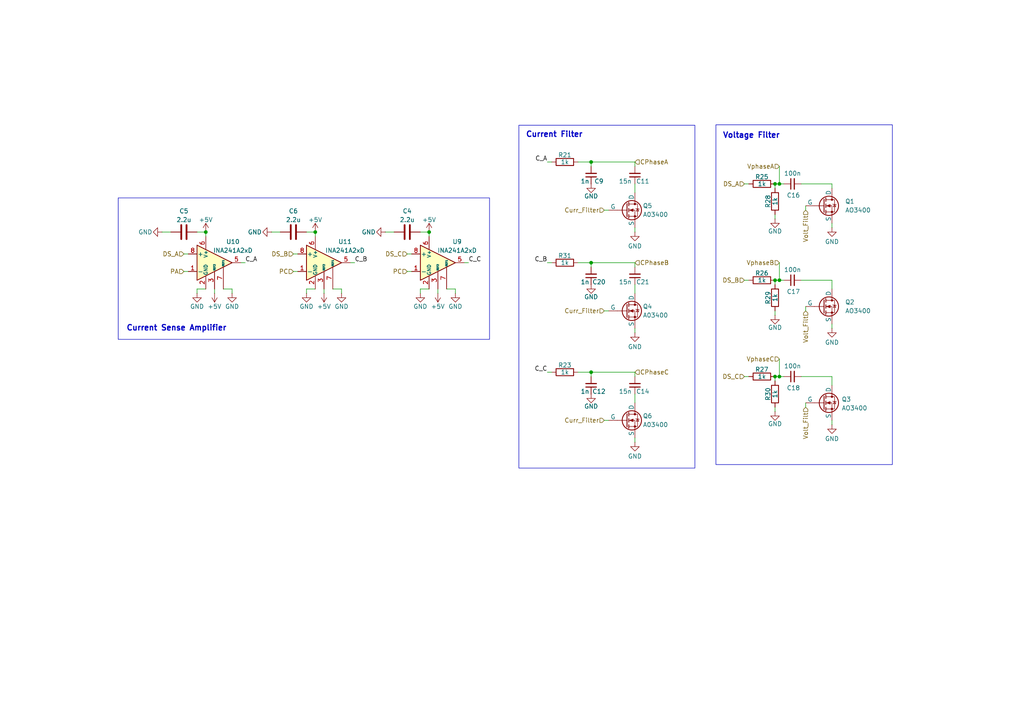
<source format=kicad_sch>
(kicad_sch (version 20250114) (generator "eeschema") (generator_version "9.0")
  (paper "A4")
  (lib_symbols
    (symbol "Amplifier_Current:INA241A2xD" (pin_names (offset 0.127))
      (property "Reference" "U" (at 3.81 3.81 0))
      (property "Value" "INA241A2xD" (at 3.81 -2.54 0))
      (symbol "INA241A2xD_0_1"
        (polyline (pts (xy 5.08 0) (xy -5.08 5.08) (xy -5.08 -5.08) (xy 5.08 0)) (stroke (width 0.254)) (fill (type background)))
      )
      (symbol "INA241A2xD_1_1"
        (pin input line (at -7.62 2.54 0) (length 2.54) (name "+") (number "8"))
        (pin input line (at -7.62 -2.54 0) (length 2.54) (name "-") (number "1"))
        (pin power_in line (at -2.54 7.62 270) (length 3.81) (name "V+") (number "6"))
        (pin power_in line (at -2.54 -7.62 90) (length 3.81) (name "GND") (number "2"))
        (pin passive line (at -2.54 -7.62 90) (length 3.81) (hide yes) (name "GND") (number "4"))
        (pin passive line (at 0 -7.62 90) (length 5.08) (name "REF2") (number "3"))
        (pin passive line (at 2.54 -7.62 90) (length 6.35) (name "REF1") (number "7"))
        (pin output line (at 7.62 0 180) (length 2.54) (name "~") (number "5"))
      )
    )
    (symbol "Device:C" (pin_numbers (hide yes)) (pin_names (offset 0.254))
      (property "Reference" "C" (at 0.635 2.54 0))
      (property "Value" "C" (at 0.635 -2.54 0))
      (symbol "C_0_1"
        (polyline (pts (xy -2.032 0.762) (xy 2.032 0.762)) (stroke (width 0.508)))
        (polyline (pts (xy -2.032 -0.762) (xy 2.032 -0.762)) (stroke (width 0.508)))
      )
      (symbol "C_1_1"
        (pin passive line (at 0 3.81 270) (length 2.794) (name "~") (number "1"))
        (pin passive line (at 0 -3.81 90) (length 2.794) (name "~") (number "2"))
      )
    )
    (symbol "Device:C_Small" (pin_numbers (hide yes)) (pin_names (offset 0.254) (hide yes))
      (property "Reference" "C" (at 0.254 1.778 0))
      (property "Value" "C_Small" (at 0.254 -2.032 0))
      (symbol "C_Small_0_1"
        (polyline (pts (xy -1.524 0.508) (xy 1.524 0.508)) (stroke (width 0.3048)))
        (polyline (pts (xy -1.524 -0.508) (xy 1.524 -0.508)) (stroke (width 0.3302)))
      )
      (symbol "C_Small_1_1"
        (pin passive line (at 0 2.54 270) (length 2.032) (name "~") (number "1"))
        (pin passive line (at 0 -2.54 90) (length 2.032) (name "~") (number "2"))
      )
    )
    (symbol "Device:R" (pin_numbers (hide yes)) (pin_names (offset 0))
      (property "Reference" "R" (at 2.032 0 90))
      (property "Value" "R" (at 0 0 90))
      (symbol "R_0_1"
        (rectangle (start -1.016 -2.54) (end 1.016 2.54) (stroke (width 0.254)))
      )
      (symbol "R_1_1"
        (pin passive line (at 0 3.81 270) (length 1.27) (name "~") (number "1"))
        (pin passive line (at 0 -3.81 90) (length 1.27) (name "~") (number "2"))
      )
    )
    (symbol "Simulation_SPICE:NMOS" (pin_numbers (hide yes)) (pin_names (offset 0))
      (property "Reference" "Q" (at 5.08 1.27 0))
      (property "Value" "NMOS" (at 5.08 -1.27 0))
      (symbol "NMOS_0_1"
        (polyline (pts (xy 0.254 1.905) (xy 0.254 -1.905)) (stroke (width 0.254)))
        (polyline (pts (xy 0.254 0) (xy -2.54 0)))
        (polyline (pts (xy 0.762 2.286) (xy 0.762 1.27)) (stroke (width 0.254)))
        (polyline (pts (xy 0.762 0.508) (xy 0.762 -0.508)) (stroke (width 0.254)))
        (polyline (pts (xy 0.762 -1.27) (xy 0.762 -2.286)) (stroke (width 0.254)))
        (polyline (pts (xy 0.762 -1.778) (xy 3.302 -1.778) (xy 3.302 1.778) (xy 0.762 1.778)))
        (polyline (pts (xy 1.016 0) (xy 2.032 0.381) (xy 2.032 -0.381) (xy 1.016 0)) (fill (type outline)))
        (circle (center 1.651 0) (radius 2.794) (stroke (width 0.254)))
        (polyline (pts (xy 2.54 2.54) (xy 2.54 1.778)))
        (circle (center 2.54 1.778) (radius 0.254) (fill (type outline)))
        (circle (center 2.54 -1.778) (radius 0.254) (fill (type outline)))
        (polyline (pts (xy 2.54 -2.54) (xy 2.54 0) (xy 0.762 0)))
        (polyline (pts (xy 2.794 0.508) (xy 2.921 0.381) (xy 3.683 0.381) (xy 3.81 0.254)))
        (polyline (pts (xy 3.302 0.381) (xy 2.921 -0.254) (xy 3.683 -0.254) (xy 3.302 0.381)))
      )
      (symbol "NMOS_1_1"
        (pin input line (at -5.08 0 0) (length 2.54) (name "G") (number "2"))
        (pin passive line (at 2.54 5.08 270) (length 2.54) (name "D") (number "1"))
        (pin passive line (at 2.54 -5.08 90) (length 2.54) (name "S") (number "3"))
      )
    )
    (symbol "power:+5V" (power) (pin_numbers (hide yes)) (pin_names (offset 0) (hide yes))
      (property "Value" "+5V" (at 0 3.556 0))
      (symbol "+5V_0_1"
        (polyline (pts (xy -0.762 1.27) (xy 0 2.54)))
        (polyline (pts (xy 0 2.54) (xy 0.762 1.27)))
        (polyline (pts (xy 0 0) (xy 0 2.54)))
      )
      (symbol "+5V_1_1"
        (pin power_in line (at 0 0 90) (length 0) (name "~") (number "1"))
      )
    )
    (symbol "power:GND" (power) (pin_numbers (hide yes)) (pin_names (offset 0) (hide yes))
      (property "Value" "GND" (at 0 -3.81 0))
      (symbol "GND_0_1"
        (polyline (pts (xy 0 0) (xy 0 -1.27) (xy 1.27 -1.27) (xy 0 -2.54) (xy -1.27 -1.27) (xy 0 -1.27)))
      )
      (symbol "GND_1_1"
        (pin power_in line (at 0 0 270) (length 0) (name "~") (number "1"))
      )
    )
  )
  (rectangle (start 34.29 57.404) (end 141.986 98.425))
  (rectangle (start 150.495 36.322) (end 201.549 135.763))
  (rectangle (start 207.645 36.195) (end 258.826 134.747))
  (text "Current Sense Amplifier " (at 51.816 95.25 0) (effects (font (size 1.6 1.6) (thickness 0.32) (bold yes))))
  (text "Current Filter" (at 160.782 39.116 0) (effects (font (size 1.6 1.6) (thickness 0.32) (bold yes))))
  (text "Voltage Filter" (at 217.932 39.37 0) (effects (font (size 1.6 1.6) (thickness 0.32) (bold yes))))
  (junction (at 224.79 53.34))
  (junction (at 226.06 81.28))
  (junction (at 171.45 76.2))
  (junction (at 171.45 46.99))
  (junction (at 224.79 109.22))
  (junction (at 124.46 67.31))
  (junction (at 171.45 107.95))
  (junction (at 224.79 81.28))
  (junction (at 91.44 67.31))
  (junction (at 226.06 109.22))
  (junction (at 59.69 67.31))
  (junction (at 226.06 53.34))
  (wire (pts (xy 118.11 78.74) (xy 119.38 78.74)))
  (wire (pts (xy 224.79 118.11) (xy 224.79 119.38)))
  (wire (pts (xy 88.9 83.82) (xy 91.44 83.82)))
  (wire (pts (xy 78.74 67.31) (xy 81.28 67.31)))
  (wire (pts (xy 85.09 73.66) (xy 86.36 73.66)))
  (wire (pts (xy 175.26 90.17) (xy 176.53 90.17)))
  (wire (pts (xy 129.54 83.82) (xy 132.08 83.82)))
  (wire (pts (xy 226.06 76.2) (xy 226.06 81.28)))
  (wire (pts (xy 88.9 67.31) (xy 91.44 67.31)))
  (wire (pts (xy 67.31 85.09) (xy 67.31 83.82)))
  (wire (pts (xy 184.15 82.55) (xy 184.15 85.09)))
  (wire (pts (xy 64.77 83.82) (xy 67.31 83.82)))
  (wire (pts (xy 184.15 76.2) (xy 184.15 77.47)))
  (wire (pts (xy 171.45 46.99) (xy 184.15 46.99)))
  (wire (pts (xy 57.15 83.82) (xy 59.69 83.82)))
  (wire (pts (xy 53.34 73.66) (xy 54.61 73.66)))
  (wire (pts (xy 184.15 66.04) (xy 184.15 67.31)))
  (wire (pts (xy 224.79 109.22) (xy 226.06 109.22)))
  (wire (pts (xy 167.64 76.2) (xy 171.45 76.2)))
  (wire (pts (xy 127 83.82) (xy 127 85.09)))
  (wire (pts (xy 226.06 53.34) (xy 227.33 53.34)))
  (wire (pts (xy 118.11 73.66) (xy 119.38 73.66)))
  (wire (pts (xy 69.85 76.2) (xy 71.12 76.2)))
  (wire (pts (xy 124.46 67.31) (xy 124.46 68.58)))
  (wire (pts (xy 232.41 109.22) (xy 241.3 109.22)))
  (wire (pts (xy 241.3 121.92) (xy 241.3 123.19)))
  (wire (pts (xy 215.9 81.28) (xy 217.17 81.28)))
  (wire (pts (xy 184.15 114.3) (xy 184.15 116.84)))
  (wire (pts (xy 121.92 83.82) (xy 121.92 85.09)))
  (wire (pts (xy 232.41 81.28) (xy 241.3 81.28)))
  (wire (pts (xy 111.76 67.31) (xy 114.3 67.31)))
  (wire (pts (xy 224.79 53.34) (xy 226.06 53.34)))
  (wire (pts (xy 215.9 109.22) (xy 217.17 109.22)))
  (wire (pts (xy 85.09 78.74) (xy 86.36 78.74)))
  (wire (pts (xy 184.15 48.26) (xy 184.15 46.99)))
  (wire (pts (xy 233.68 88.9) (xy 233.68 90.17)))
  (wire (pts (xy 224.79 53.34) (xy 224.79 54.61)))
  (wire (pts (xy 57.15 67.31) (xy 59.69 67.31)))
  (wire (pts (xy 158.75 76.2) (xy 160.02 76.2)))
  (wire (pts (xy 171.45 76.2) (xy 184.15 76.2)))
  (wire (pts (xy 241.3 53.34) (xy 241.3 54.61)))
  (wire (pts (xy 158.75 46.99) (xy 160.02 46.99)))
  (wire (pts (xy 171.45 46.99) (xy 171.45 48.26)))
  (wire (pts (xy 215.9 53.34) (xy 217.17 53.34)))
  (wire (pts (xy 184.15 53.34) (xy 184.15 55.88)))
  (wire (pts (xy 233.68 59.69) (xy 233.68 60.96)))
  (wire (pts (xy 93.98 83.82) (xy 93.98 85.09)))
  (wire (pts (xy 224.79 62.23) (xy 224.79 63.5)))
  (wire (pts (xy 232.41 53.34) (xy 241.3 53.34)))
  (wire (pts (xy 99.06 85.09) (xy 99.06 83.82)))
  (wire (pts (xy 91.44 67.31) (xy 91.44 68.58)))
  (wire (pts (xy 226.06 81.28) (xy 227.33 81.28)))
  (wire (pts (xy 226.06 48.26) (xy 226.06 53.34)))
  (wire (pts (xy 224.79 90.17) (xy 224.79 91.44)))
  (wire (pts (xy 167.64 46.99) (xy 171.45 46.99)))
  (wire (pts (xy 171.45 76.2) (xy 171.45 77.47)))
  (wire (pts (xy 59.69 67.31) (xy 59.69 68.58)))
  (wire (pts (xy 241.3 93.98) (xy 241.3 95.25)))
  (wire (pts (xy 224.79 81.28) (xy 224.79 82.55)))
  (wire (pts (xy 241.3 109.22) (xy 241.3 111.76)))
  (wire (pts (xy 226.06 104.14) (xy 226.06 109.22)))
  (wire (pts (xy 53.34 78.74) (xy 54.61 78.74)))
  (wire (pts (xy 158.75 107.95) (xy 160.02 107.95)))
  (wire (pts (xy 171.45 107.95) (xy 184.15 107.95)))
  (wire (pts (xy 241.3 64.77) (xy 241.3 66.04)))
  (wire (pts (xy 233.68 116.84) (xy 233.68 118.11)))
  (wire (pts (xy 175.26 121.92) (xy 176.53 121.92)))
  (wire (pts (xy 224.79 81.28) (xy 226.06 81.28)))
  (wire (pts (xy 101.6 76.2) (xy 102.87 76.2)))
  (wire (pts (xy 46.99 67.31) (xy 49.53 67.31)))
  (wire (pts (xy 132.08 85.09) (xy 132.08 83.82)))
  (wire (pts (xy 175.26 60.96) (xy 176.53 60.96)))
  (wire (pts (xy 226.06 109.22) (xy 227.33 109.22)))
  (wire (pts (xy 121.92 83.82) (xy 124.46 83.82)))
  (wire (pts (xy 121.92 67.31) (xy 124.46 67.31)))
  (wire (pts (xy 96.52 83.82) (xy 99.06 83.82)))
  (wire (pts (xy 134.62 76.2) (xy 135.89 76.2)))
  (wire (pts (xy 88.9 83.82) (xy 88.9 85.09)))
  (wire (pts (xy 241.3 81.28) (xy 241.3 83.82)))
  (wire (pts (xy 224.79 109.22) (xy 224.79 110.49)))
  (wire (pts (xy 167.64 107.95) (xy 171.45 107.95)))
  (wire (pts (xy 57.15 83.82) (xy 57.15 85.09)))
  (wire (pts (xy 184.15 127) (xy 184.15 128.27)))
  (wire (pts (xy 184.15 95.25) (xy 184.15 96.52)))
  (wire (pts (xy 184.15 107.95) (xy 184.15 109.22)))
  (wire (pts (xy 171.45 107.95) (xy 171.45 109.22)))
  (wire (pts (xy 62.23 83.82) (xy 62.23 85.09)))
  (label "C_C" (at 158.75 107.95 180))
  (label "C_B" (at 102.87 76.2 0))
  (label "C_C" (at 135.89 76.2 0))
  (label "C_A" (at 71.12 76.2 0))
  (label "C_B" (at 158.75 76.2 180))
  (label "C_A" (at 158.75 46.99 180))
  (hierarchical_label "DS_C" (shape input) (at 215.9 109.22 180) (effects (font (thickness 0.1588))))
  (hierarchical_label "Curr_Filter" (shape input) (at 175.26 121.92 180))
  (hierarchical_label "PC" (shape input) (at 85.09 78.74 180) (effects (font (thickness 0.1588))))
  (hierarchical_label "PC" (shape input) (at 118.11 78.74 180) (effects (font (thickness 0.1588))))
  (hierarchical_label "Curr_Filter" (shape input) (at 175.26 60.96 180))
  (hierarchical_label "CPhaseC" (shape input) (at 184.15 107.95 0) (effects (font (thickness 0.1588))))
  (hierarchical_label "DS_B" (shape input) (at 215.9 81.28 180) (effects (font (thickness 0.1588))))
  (hierarchical_label "VphaseA" (shape input) (at 226.06 48.26 180))
  (hierarchical_label "DS_C" (shape input) (at 118.11 73.66 180) (effects (font (thickness 0.1588))))
  (hierarchical_label "CPhaseA" (shape input) (at 184.15 46.99 0) (effects (font (thickness 0.1588))))
  (hierarchical_label "DS_A" (shape input) (at 53.34 73.66 180) (effects (font (thickness 0.1588))))
  (hierarchical_label "Volt_Filt" (shape input) (at 233.68 60.96 270) (effects (font (thickness 0.1588))))
  (hierarchical_label "Volt_Filt" (shape input) (at 233.68 118.11 270) (effects (font (thickness 0.1588))))
  (hierarchical_label "VphaseB" (shape input) (at 226.06 76.2 180))
  (hierarchical_label "CPhaseB" (shape input) (at 184.15 76.2 0) (effects (font (thickness 0.1588))))
  (hierarchical_label "DS_B" (shape input) (at 85.09 73.66 180) (effects (font (thickness 0.1588))))
  (hierarchical_label "VphaseC" (shape input) (at 226.06 104.14 180))
  (hierarchical_label "PA" (shape input) (at 53.34 78.74 180) (effects (font (thickness 0.1588))))
  (hierarchical_label "DS_A" (shape input) (at 215.9 53.34 180) (effects (font (thickness 0.1588))))
  (hierarchical_label "Volt_Filt" (shape input) (at 233.68 90.17 270) (effects (font (thickness 0.1588))))
  (hierarchical_label "Curr_Filter" (shape input) (at 175.26 90.17 180))
  (symbol (lib_id "power:GND") (at 224.79 91.44 0) (unit 1)
    (property "Reference" "#PWR054" (effects (hide yes)))
    (property "Value" "GND" (at 224.79 94.996 0))
    (property "Description" "Power symbol creates a global label with name \"GND\" , ground" (effects (hide yes)))
  )
  (symbol (lib_id "Device:C") (at 85.09 67.31 90) (unit 1)
    (property "Reference" "C6" (at 85.09 61.214 90))
    (property "Value" "2.2u" (at 85.09 63.754 90))
    (property "Description" "Unpolarized capacitor" (effects (hide yes)))
  )
  (symbol (lib_id "Device:R") (at 220.98 81.28 90) (unit 1)
    (property "Reference" "R26" (at 220.98 79.248 90))
    (property "Value" "1k" (at 220.98 81.28 90))
    (property "Footprint" "Resistor_SMD:R_0805_2012Metric_Pad1.20x1.40mm_HandSolder" (effects (hide yes)))
    (property "Description" "Resistor" (effects (hide yes)))
  )
  (symbol (lib_id "Device:C_Small") (at 229.87 81.28 90) (unit 1)
    (property "Reference" "C17" (at 230.124 84.582 90))
    (property "Value" "100n" (at 229.87 78.232 90))
    (property "Footprint" "Capacitor_SMD:C_0805_2012Metric_Pad1.18x1.45mm_HandSolder" (effects (hide yes)))
    (property "Description" "Unpolarized capacitor, small symbol" (effects (hide yes)))
  )
  (symbol (lib_id "power:GND") (at 224.79 119.38 0) (unit 1)
    (property "Reference" "#PWR055" (effects (hide yes)))
    (property "Value" "GND" (at 224.79 122.936 0))
    (property "Description" "Power symbol creates a global label with name \"GND\" , ground" (effects (hide yes)))
  )
  (symbol (lib_id "Device:C_Small") (at 171.45 80.01 180) (unit 1)
    (property "Reference" "C20" (at 173.736 81.788 0))
    (property "Value" "1n" (at 169.672 81.788 0))
    (property "Footprint" "Capacitor_SMD:C_0805_2012Metric_Pad1.18x1.45mm_HandSolder" (effects (hide yes)))
    (property "Description" "Unpolarized capacitor, small symbol" (effects (hide yes)))
  )
  (symbol (lib_id "power:GND") (at 46.99 67.31 270) (unit 1)
    (property "Reference" "#PWR052" (effects (hide yes)))
    (property "Value" "GND" (at 44.196 67.31 90) (effects (justify right)))
    (property "Description" "Power symbol creates a global label with name \"GND\" , ground" (effects (hide yes)))
  )
  (symbol (lib_id "power:+5V") (at 62.23 85.09 180) (unit 1)
    (property "Reference" "#PWR064" (effects (hide yes)))
    (property "Value" "+5V" (at 62.23 88.9 0))
    (property "Description" "Power symbol creates a global label with name \"+5V\"" (effects (hide yes)))
  )
  (symbol (lib_id "power:GND") (at 241.3 66.04 0) (unit 1)
    (property "Reference" "#PWR024" (effects (hide yes)))
    (property "Value" "GND" (at 241.3 70.104 0))
    (property "Description" "Power symbol creates a global label with name \"GND\" , ground" (effects (hide yes)))
  )
  (symbol (lib_id "power:GND") (at 184.15 128.27 0) (unit 1)
    (property "Reference" "#PWR046" (effects (hide yes)))
    (property "Value" "GND" (at 184.15 132.334 0))
    (property "Description" "Power symbol creates a global label with name \"GND\" , ground" (effects (hide yes)))
  )
  (symbol (lib_id "Device:R") (at 220.98 109.22 90) (unit 1)
    (property "Reference" "R27" (at 220.98 107.188 90))
    (property "Value" "1k" (at 220.98 109.22 90))
    (property "Footprint" "Resistor_SMD:R_0805_2012Metric_Pad1.20x1.40mm_HandSolder" (effects (hide yes)))
    (property "Description" "Resistor" (effects (hide yes)))
  )
  (symbol (lib_id "Device:C_Small") (at 184.15 111.76 180) (unit 1)
    (property "Reference" "C14" (at 186.436 113.538 0))
    (property "Value" "15n" (at 181.356 113.538 0))
    (property "Footprint" "Capacitor_SMD:C_0805_2012Metric_Pad1.18x1.45mm_HandSolder" (effects (hide yes)))
    (property "Description" "Unpolarized capacitor, small symbol" (effects (hide yes)))
  )
  (symbol (lib_id "power:GND") (at 241.3 95.25 0) (unit 1)
    (property "Reference" "#PWR027" (effects (hide yes)))
    (property "Value" "GND" (at 241.3 99.314 0))
    (property "Description" "Power symbol creates a global label with name \"GND\" , ground" (effects (hide yes)))
  )
  (symbol (lib_id "power:+5V") (at 127 85.09 180) (unit 1)
    (property "Reference" "#PWR048" (effects (hide yes)))
    (property "Value" "+5V" (at 127 88.9 0))
    (property "Description" "Power symbol creates a global label with name \"+5V\"" (effects (hide yes)))
  )
  (symbol (lib_id "Device:C_Small") (at 171.45 111.76 180) (unit 1)
    (property "Reference" "C12" (at 173.736 113.538 0))
    (property "Value" "1n" (at 169.672 113.538 0))
    (property "Footprint" "Capacitor_SMD:C_0805_2012Metric_Pad1.18x1.45mm_HandSolder" (effects (hide yes)))
    (property "Description" "Unpolarized capacitor, small symbol" (effects (hide yes)))
  )
  (symbol (lib_id "power:GND") (at 171.45 53.34 0) (unit 1)
    (property "Reference" "#PWR038" (effects (hide yes)))
    (property "Value" "GND" (at 171.45 56.896 0))
    (property "Description" "Power symbol creates a global label with name \"GND\" , ground" (effects (hide yes)))
  )
  (symbol (lib_id "power:GND") (at 241.3 123.19 0) (unit 1)
    (property "Reference" "#PWR028" (effects (hide yes)))
    (property "Value" "GND" (at 241.3 127.254 0))
    (property "Description" "Power symbol creates a global label with name \"GND\" , ground" (effects (hide yes)))
  )
  (symbol (lib_id "Device:R") (at 163.83 46.99 90) (unit 1)
    (property "Reference" "R21" (at 163.83 44.958 90))
    (property "Value" "1k" (at 163.83 46.99 90))
    (property "Footprint" "Resistor_SMD:R_0805_2012Metric_Pad1.20x1.40mm_HandSolder" (effects (hide yes)))
    (property "Description" "Resistor" (effects (hide yes)))
  )
  (symbol (lib_id "Simulation_SPICE:NMOS") (at 181.61 121.92 0) (unit 1)
    (property "Reference" "Q6" (at 186.436 120.65 0) (effects (justify left)))
    (property "Value" "A03400" (at 186.436 123.19 0) (effects (justify left)))
    (property "Datasheet" "https://ngspice.sourceforge.io/docs/ngspice-html-manual/manual.xhtml#cha_MOSFETs" (effects (hide yes)))
    (property "Description" "N-MOSFET transistor, drain/source/gate" (effects (hide yes)))
    (property "Sim.Device" "NMOS" (effects (hide yes)))
    (property "Sim.Type" "VDMOS" (effects (hide yes)))
    (property "Sim.Pins" "1=D 2=G 3=S" (effects (hide yes)))
  )
  (symbol (lib_id "power:GND") (at 171.45 82.55 0) (unit 1)
    (property "Reference" "#PWR043" (effects (hide yes)))
    (property "Value" "GND" (at 171.45 86.106 0))
    (property "Description" "Power symbol creates a global label with name \"GND\" , ground" (effects (hide yes)))
  )
  (symbol (lib_id "Device:C_Small") (at 184.15 80.01 180) (unit 1)
    (property "Reference" "C21" (at 186.436 81.788 0))
    (property "Value" "15n" (at 181.356 81.788 0))
    (property "Footprint" "Capacitor_SMD:C_0805_2012Metric_Pad1.18x1.45mm_HandSolder" (effects (hide yes)))
    (property "Description" "Unpolarized capacitor, small symbol" (effects (hide yes)))
  )
  (symbol (lib_id "Device:R") (at 163.83 107.95 90) (unit 1)
    (property "Reference" "R23" (at 163.83 105.918 90))
    (property "Value" "1k" (at 163.83 107.95 90))
    (property "Footprint" "Resistor_SMD:R_0805_2012Metric_Pad1.20x1.40mm_HandSolder" (effects (hide yes)))
    (property "Description" "Resistor" (effects (hide yes)))
  )
  (symbol (lib_id "Device:C") (at 118.11 67.31 90) (unit 1)
    (property "Reference" "C4" (at 118.11 61.214 90))
    (property "Value" "2.2u" (at 118.11 63.754 90))
    (property "Description" "Unpolarized capacitor" (effects (hide yes)))
  )
  (symbol (lib_id "Device:C_Small") (at 229.87 109.22 90) (unit 1)
    (property "Reference" "C18" (at 230.124 112.522 90))
    (property "Value" "100n" (at 229.87 106.172 90))
    (property "Footprint" "Capacitor_SMD:C_0805_2012Metric_Pad1.18x1.45mm_HandSolder" (effects (hide yes)))
    (property "Description" "Unpolarized capacitor, small symbol" (effects (hide yes)))
  )
  (symbol (lib_id "Amplifier_Current:INA241A2xD") (at 127 76.2 0) (unit 1)
    (property "Reference" "U9" (at 132.588 70.104 0))
    (property "Value" "INA241A2xD" (at 132.588 72.644 0))
    (property "Footprint" "Package_SO:SOIC-8_3.9x4.9mm_P1.27mm" (effects (hide yes)))
    (property "Datasheet" "https://www.ti.com/lit/ds/symlink/ina241b.pdf" (effects (hide yes)))
    (property "Description" "High- and Low-Side, Bidirectional, Zero-Drift, Current-Sense Amplifier With Enhanced PWM Rejection, 20V/V, ±0.01% Gain Accuracy, ±10 μV Offset Voltage, SOIC-8" (effects (hide yes)))
  )
  (symbol (lib_id "Amplifier_Current:INA241A2xD") (at 93.98 76.2 0) (unit 1)
    (property "Reference" "U11" (at 100.076 70.104 0))
    (property "Value" "INA241A2xD" (at 100.076 72.644 0))
    (property "Footprint" "Package_SO:SOIC-8_3.9x4.9mm_P1.27mm" (effects (hide yes)))
    (property "Datasheet" "https://www.ti.com/lit/ds/symlink/ina241b.pdf" (effects (hide yes)))
    (property "Description" "High- and Low-Side, Bidirectional, Zero-Drift, Current-Sense Amplifier With Enhanced PWM Rejection, 20V/V, ±0.01% Gain Accuracy, ±10 μV Offset Voltage, SOIC-8" (effects (hide yes)))
  )
  (symbol (lib_id "power:GND") (at 67.31 85.09 0) (unit 1)
    (property "Reference" "#PWR067" (effects (hide yes)))
    (property "Value" "GND" (at 67.31 88.9 0))
    (property "Description" "Power symbol creates a global label with name \"GND\" , ground" (effects (hide yes)))
  )
  (symbol (lib_id "power:GND") (at 184.15 67.31 0) (unit 1)
    (property "Reference" "#PWR058" (effects (hide yes)))
    (property "Value" "GND" (at 184.15 71.374 0))
    (property "Description" "Power symbol creates a global label with name \"GND\" , ground" (effects (hide yes)))
  )
  (symbol (lib_id "Simulation_SPICE:NMOS") (at 181.61 90.17 0) (unit 1)
    (property "Reference" "Q4" (at 186.436 88.9 0) (effects (justify left)))
    (property "Value" "A03400" (at 186.436 91.44 0) (effects (justify left)))
    (property "Datasheet" "https://ngspice.sourceforge.io/docs/ngspice-html-manual/manual.xhtml#cha_MOSFETs" (effects (hide yes)))
    (property "Description" "N-MOSFET transistor, drain/source/gate" (effects (hide yes)))
    (property "Sim.Device" "NMOS" (effects (hide yes)))
    (property "Sim.Type" "VDMOS" (effects (hide yes)))
    (property "Sim.Pins" "1=D 2=G 3=S" (effects (hide yes)))
  )
  (symbol (lib_id "Device:C_Small") (at 184.15 50.8 180) (unit 1)
    (property "Reference" "C11" (at 186.436 52.578 0))
    (property "Value" "15n" (at 181.356 52.578 0))
    (property "Footprint" "Capacitor_SMD:C_0805_2012Metric_Pad1.18x1.45mm_HandSolder" (effects (hide yes)))
    (property "Description" "Unpolarized capacitor, small symbol" (effects (hide yes)))
  )
  (symbol (lib_id "Simulation_SPICE:NMOS") (at 181.61 60.96 0) (unit 1)
    (property "Reference" "Q5" (at 186.436 59.69 0) (effects (justify left)))
    (property "Value" "A03400" (at 186.436 62.23 0) (effects (justify left)))
    (property "Datasheet" "https://ngspice.sourceforge.io/docs/ngspice-html-manual/manual.xhtml#cha_MOSFETs" (effects (hide yes)))
    (property "Description" "N-MOSFET transistor, drain/source/gate" (effects (hide yes)))
    (property "Sim.Device" "NMOS" (effects (hide yes)))
    (property "Sim.Type" "VDMOS" (effects (hide yes)))
    (property "Sim.Pins" "1=D 2=G 3=S" (effects (hide yes)))
  )
  (symbol (lib_id "power:GND") (at 57.15 85.09 0) (unit 1)
    (property "Reference" "#PWR059" (effects (hide yes)))
    (property "Value" "GND" (at 57.15 88.9 0))
    (property "Description" "Power symbol creates a global label with name \"GND\" , ground" (effects (hide yes)))
  )
  (symbol (lib_id "power:GND") (at 111.76 67.31 270) (unit 1)
    (property "Reference" "#PWR044" (effects (hide yes)))
    (property "Value" "GND" (at 108.966 67.31 90) (effects (justify right)))
    (property "Description" "Power symbol creates a global label with name \"GND\" , ground" (effects (hide yes)))
  )
  (symbol (lib_id "power:GND") (at 171.45 114.3 0) (unit 1)
    (property "Reference" "#PWR041" (effects (hide yes)))
    (property "Value" "GND" (at 171.45 117.856 0))
    (property "Description" "Power symbol creates a global label with name \"GND\" , ground" (effects (hide yes)))
  )
  (symbol (lib_id "Simulation_SPICE:NMOS") (at 238.76 59.69 0) (unit 1)
    (property "Reference" "Q1" (at 245.11 58.4199 0) (effects (justify left)))
    (property "Value" "AO3400" (at 245.11 60.9599 0) (effects (justify left)))
    (property "Datasheet" "https://ngspice.sourceforge.io/docs/ngspice-html-manual/manual.xhtml#cha_MOSFETs" (effects (hide yes)))
    (property "Description" "N-MOSFET transistor, drain/source/gate" (effects (hide yes)))
    (property "Sim.Device" "NMOS" (effects (hide yes)))
    (property "Sim.Type" "VDMOS" (effects (hide yes)))
    (property "Sim.Pins" "1=D 2=G 3=S" (effects (hide yes)))
  )
  (symbol (lib_id "Device:C") (at 53.34 67.31 90) (unit 1)
    (property "Reference" "C5" (at 53.34 61.214 90))
    (property "Value" "2.2u" (at 53.34 63.754 90))
    (property "Description" "Unpolarized capacitor" (effects (hide yes)))
  )
  (symbol (lib_id "Device:C_Small") (at 229.87 53.34 90) (unit 1)
    (property "Reference" "C16" (at 230.124 56.642 90))
    (property "Value" "100n" (at 229.87 50.292 90))
    (property "Footprint" "Capacitor_SMD:C_0805_2012Metric_Pad1.18x1.45mm_HandSolder" (effects (hide yes)))
    (property "Description" "Unpolarized capacitor, small symbol" (effects (hide yes)))
  )
  (symbol (lib_id "Simulation_SPICE:NMOS") (at 238.76 88.9 0) (unit 1)
    (property "Reference" "Q2" (at 245.11 87.6299 0) (effects (justify left)))
    (property "Value" "AO3400" (at 245.11 90.1699 0) (effects (justify left)))
    (property "Datasheet" "https://ngspice.sourceforge.io/docs/ngspice-html-manual/manual.xhtml#cha_MOSFETs" (effects (hide yes)))
    (property "Description" "N-MOSFET transistor, drain/source/gate" (effects (hide yes)))
    (property "Sim.Device" "NMOS" (effects (hide yes)))
    (property "Sim.Type" "VDMOS" (effects (hide yes)))
    (property "Sim.Pins" "1=D 2=G 3=S" (effects (hide yes)))
  )
  (symbol (lib_id "power:+5V") (at 124.46 67.31 0) (unit 1)
    (property "Reference" "#PWR047" (effects (hide yes)))
    (property "Value" "+5V" (at 124.46 63.754 0))
    (property "Description" "Power symbol creates a global label with name \"+5V\"" (effects (hide yes)))
  )
  (symbol (lib_id "Device:C_Small") (at 171.45 50.8 180) (unit 1)
    (property "Reference" "C9" (at 173.736 52.578 0))
    (property "Value" "1n" (at 169.672 52.578 0))
    (property "Footprint" "Capacitor_SMD:C_0805_2012Metric_Pad1.18x1.45mm_HandSolder" (effects (hide yes)))
    (property "Description" "Unpolarized capacitor, small symbol" (effects (hide yes)))
  )
  (symbol (lib_id "Simulation_SPICE:NMOS") (at 238.76 116.84 0) (unit 1)
    (property "Reference" "Q3" (at 244.094 115.824 0) (effects (justify left)))
    (property "Value" "AO3400" (at 244.094 118.364 0) (effects (justify left)))
    (property "Datasheet" "https://ngspice.sourceforge.io/docs/ngspice-html-manual/manual.xhtml#cha_MOSFETs" (effects (hide yes)))
    (property "Description" "N-MOSFET transistor, drain/source/gate" (effects (hide yes)))
    (property "Sim.Device" "NMOS" (effects (hide yes)))
    (property "Sim.Type" "VDMOS" (effects (hide yes)))
    (property "Sim.Pins" "1=D 2=G 3=S" (effects (hide yes)))
  )
  (symbol (lib_id "power:+5V") (at 91.44 67.31 0) (unit 1)
    (property "Reference" "#PWR063" (effects (hide yes)))
    (property "Value" "+5V" (at 91.44 63.754 0))
    (property "Description" "Power symbol creates a global label with name \"+5V\"" (effects (hide yes)))
  )
  (symbol (lib_id "Device:R") (at 163.83 76.2 90) (unit 1)
    (property "Reference" "R31" (at 163.83 74.168 90))
    (property "Value" "1k" (at 163.83 76.2 90))
    (property "Footprint" "Resistor_SMD:R_0805_2012Metric_Pad1.20x1.40mm_HandSolder" (effects (hide yes)))
    (property "Description" "Resistor" (effects (hide yes)))
  )
  (symbol (lib_id "power:GND") (at 184.15 96.52 0) (unit 1)
    (property "Reference" "#PWR057" (effects (hide yes)))
    (property "Value" "GND" (at 184.15 100.584 0))
    (property "Description" "Power symbol creates a global label with name \"GND\" , ground" (effects (hide yes)))
  )
  (symbol (lib_id "power:GND") (at 121.92 85.09 0) (unit 1)
    (property "Reference" "#PWR045" (effects (hide yes)))
    (property "Value" "GND" (at 121.92 88.9 0))
    (property "Description" "Power symbol creates a global label with name \"GND\" , ground" (effects (hide yes)))
  )
  (symbol (lib_id "Device:R") (at 220.98 53.34 90) (unit 1)
    (property "Reference" "R25" (at 220.98 51.308 90))
    (property "Value" "1k" (at 220.98 53.34 90))
    (property "Footprint" "Resistor_SMD:R_0805_2012Metric_Pad1.20x1.40mm_HandSolder" (effects (hide yes)))
    (property "Description" "Resistor" (effects (hide yes)))
  )
  (symbol (lib_id "Amplifier_Current:INA241A2xD") (at 62.23 76.2 0) (unit 1)
    (property "Reference" "U10" (at 67.564 70.104 0))
    (property "Value" "INA241A2xD" (at 67.564 72.644 0))
    (property "Footprint" "Package_SO:SOIC-8_3.9x4.9mm_P1.27mm" (effects (hide yes)))
    (property "Datasheet" "https://www.ti.com/lit/ds/symlink/ina241b.pdf" (effects (hide yes)))
    (property "Description" "High- and Low-Side, Bidirectional, Zero-Drift, Current-Sense Amplifier With Enhanced PWM Rejection, 20V/V, ±0.01% Gain Accuracy, ±10 μV Offset Voltage, SOIC-8" (effects (hide yes)))
  )
  (symbol (lib_id "power:GND") (at 88.9 85.09 0) (unit 1)
    (property "Reference" "#PWR060" (effects (hide yes)))
    (property "Value" "GND" (at 88.9 88.9 0))
    (property "Description" "Power symbol creates a global label with name \"GND\" , ground" (effects (hide yes)))
  )
  (symbol (lib_id "power:+5V") (at 93.98 85.09 180) (unit 1)
    (property "Reference" "#PWR065" (effects (hide yes)))
    (property "Value" "+5V" (at 93.98 88.9 0))
    (property "Description" "Power symbol creates a global label with name \"+5V\"" (effects (hide yes)))
  )
  (symbol (lib_id "power:GND") (at 132.08 85.09 0) (unit 1)
    (property "Reference" "#PWR049" (effects (hide yes)))
    (property "Value" "GND" (at 132.08 88.9 0))
    (property "Description" "Power symbol creates a global label with name \"GND\" , ground" (effects (hide yes)))
  )
  (symbol (lib_id "Device:R") (at 224.79 114.3 180) (unit 1)
    (property "Reference" "R30" (at 222.758 114.3 90))
    (property "Value" "1k" (at 224.79 114.3 90))
    (property "Footprint" "Resistor_SMD:R_0805_2012Metric_Pad1.20x1.40mm_HandSolder" (effects (hide yes)))
    (property "Description" "Resistor" (effects (hide yes)))
  )
  (symbol (lib_id "Device:R") (at 224.79 58.42 180) (unit 1)
    (property "Reference" "R28" (at 222.758 58.42 90))
    (property "Value" "1k" (at 224.79 58.42 90))
    (property "Footprint" "Resistor_SMD:R_0805_2012Metric_Pad1.20x1.40mm_HandSolder" (effects (hide yes)))
    (property "Description" "Resistor" (effects (hide yes)))
  )
  (symbol (lib_id "power:GND") (at 99.06 85.09 0) (unit 1)
    (property "Reference" "#PWR068" (effects (hide yes)))
    (property "Value" "GND" (at 99.06 88.9 0))
    (property "Description" "Power symbol creates a global label with name \"GND\" , ground" (effects (hide yes)))
  )
  (symbol (lib_id "power:GND") (at 224.79 63.5 0) (unit 1)
    (property "Reference" "#PWR053" (effects (hide yes)))
    (property "Value" "GND" (at 224.79 67.056 0))
    (property "Description" "Power symbol creates a global label with name \"GND\" , ground" (effects (hide yes)))
  )
  (symbol (lib_id "power:+5V") (at 59.69 67.31 0) (unit 1)
    (property "Reference" "#PWR061" (effects (hide yes)))
    (property "Value" "+5V" (at 59.69 63.754 0))
    (property "Description" "Power symbol creates a global label with name \"+5V\"" (effects (hide yes)))
  )
  (symbol (lib_id "power:GND") (at 78.74 67.31 270) (unit 1)
    (property "Reference" "#PWR056" (effects (hide yes)))
    (property "Value" "GND" (at 75.946 67.31 90) (effects (justify right)))
    (property "Description" "Power symbol creates a global label with name \"GND\" , ground" (effects (hide yes)))
  )
  (symbol (lib_id "Device:R") (at 224.79 86.36 180) (unit 1)
    (property "Reference" "R29" (at 222.758 86.36 90))
    (property "Value" "1k" (at 224.79 86.36 90))
    (property "Footprint" "Resistor_SMD:R_0805_2012Metric_Pad1.20x1.40mm_HandSolder" (effects (hide yes)))
    (property "Description" "Resistor" (effects (hide yes)))
  )
)
</source>
